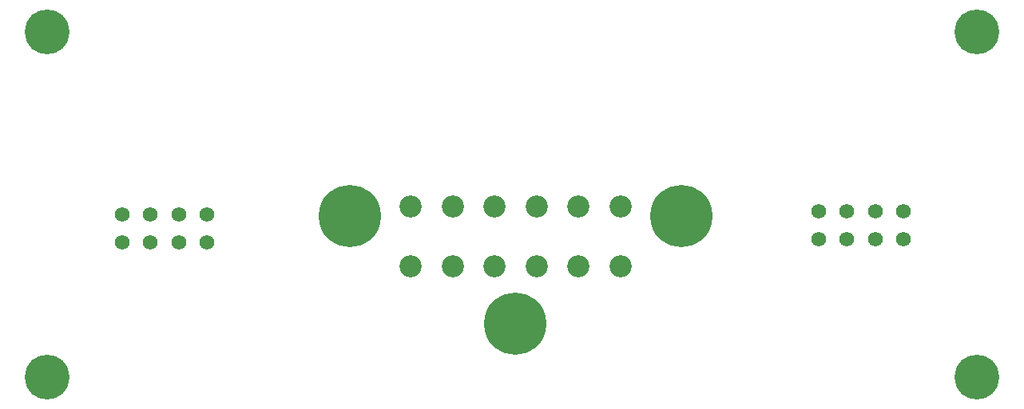
<source format=gbr>
%TF.GenerationSoftware,KiCad,Pcbnew,9.0.4*%
%TF.CreationDate,2025-10-28T17:38:43-05:00*%
%TF.ProjectId,TEST,54455354-2e6b-4696-9361-645f70636258,rev?*%
%TF.SameCoordinates,Original*%
%TF.FileFunction,Soldermask,Bot*%
%TF.FilePolarity,Negative*%
%FSLAX46Y46*%
G04 Gerber Fmt 4.6, Leading zero omitted, Abs format (unit mm)*
G04 Created by KiCad (PCBNEW 9.0.4) date 2025-10-28 17:38:43*
%MOMM*%
%LPD*%
G01*
G04 APERTURE LIST*
%ADD10C,6.600000*%
%ADD11C,2.340000*%
%ADD12C,4.750000*%
%ADD13C,1.574800*%
G04 APERTURE END LIST*
D10*
%TO.C,J3*%
X127750000Y-80200000D03*
X145290000Y-91630000D03*
X162830000Y-80200000D03*
D11*
X134190000Y-79190000D03*
X138630000Y-79190000D03*
X143070000Y-79190000D03*
X147510000Y-79190000D03*
X151950000Y-79190000D03*
X156390000Y-79190000D03*
X156390000Y-85540000D03*
X151950000Y-85540000D03*
X147510000Y-85540000D03*
X143070000Y-85540000D03*
X138630000Y-85540000D03*
X134190000Y-85540000D03*
%TD*%
D12*
%TO.C,REF\u002A\u002A*%
X194210660Y-97300000D03*
%TD*%
%TO.C,REF\u002A\u002A*%
X95600000Y-97300000D03*
%TD*%
D13*
%TO.C,J2*%
X186399997Y-82700000D03*
X183399998Y-82700000D03*
X180399999Y-82700000D03*
X177400000Y-82700000D03*
X186399997Y-79700001D03*
X183399998Y-79700001D03*
X180399999Y-79700001D03*
X177400000Y-79700001D03*
%TD*%
%TO.C,J1*%
X112600000Y-83050000D03*
X109600001Y-83050000D03*
X106600002Y-83050000D03*
X103600003Y-83050000D03*
X112600000Y-80050001D03*
X109600001Y-80050001D03*
X106600002Y-80050001D03*
X103600003Y-80050001D03*
%TD*%
D12*
%TO.C,REF\u002A\u002A*%
X194210660Y-60700000D03*
%TD*%
%TO.C,REF\u002A\u002A*%
X95600000Y-60700000D03*
%TD*%
M02*

</source>
